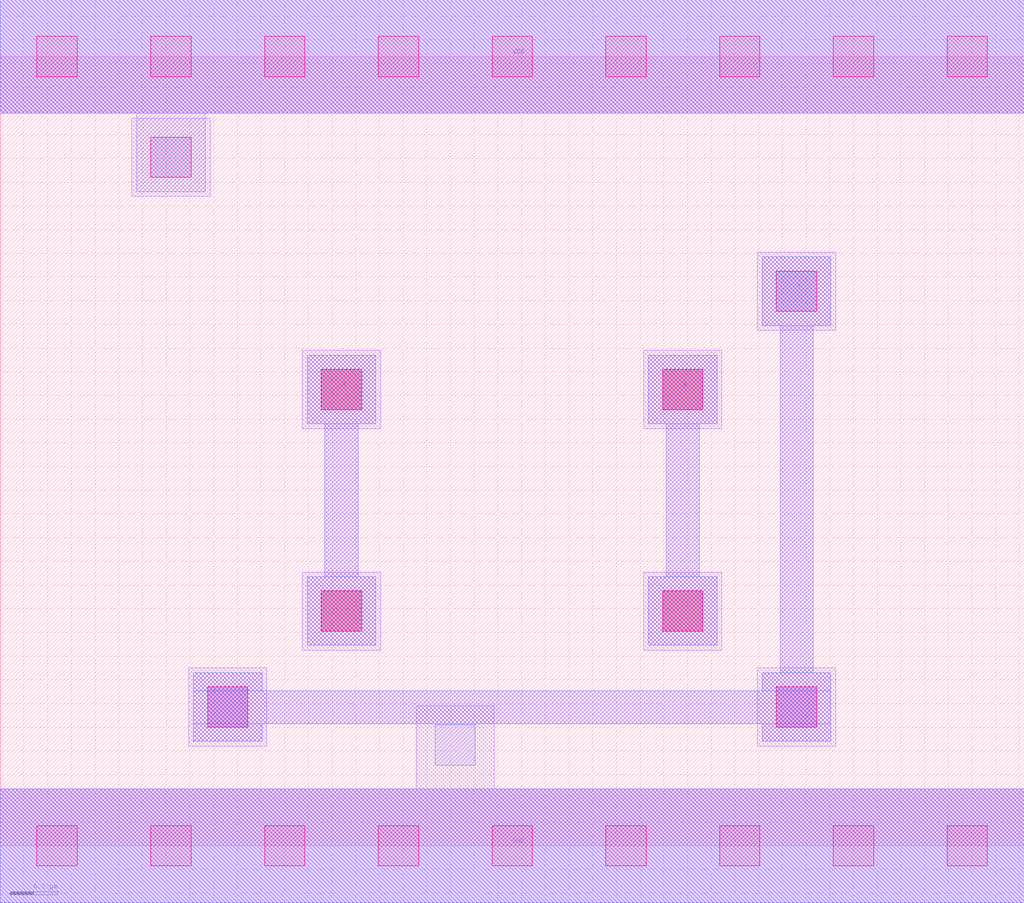
<source format=lef>
MACRO NOR2X1
 CLASS CORE ;
 FOREIGN NOR2X1 0 0 ;
 SIZE 4.32 BY 3.33 ;
 ORIGIN 0 0 ;
 SYMMETRY X Y R90 ;
 SITE unit ;
  PIN VDD
   DIRECTION INOUT ;
   USE POWER ;
   SHAPE ABUTMENT ;
    PORT
     CLASS CORE ;
       LAYER li1 ;
        RECT 0.00000000 3.09000000 4.32000000 3.57000000 ;
       LAYER met1 ;
        RECT 0.00000000 3.09000000 4.32000000 3.57000000 ;
    END
  END VDD

  PIN GND
   DIRECTION INOUT ;
   USE POWER ;
   SHAPE ABUTMENT ;
    PORT
     CLASS CORE ;
       LAYER li1 ;
        RECT 0.00000000 -0.24000000 4.32000000 0.24000000 ;
       LAYER met1 ;
        RECT 0.00000000 -0.24000000 4.32000000 0.24000000 ;
    END
  END GND

  PIN Y
   DIRECTION INOUT ;
   USE SIGNAL ;
   SHAPE ABUTMENT ;
    PORT
     CLASS CORE ;
       LAYER met1 ;
        RECT 0.81500000 0.44000000 1.10500000 0.51500000 ;
        RECT 3.21500000 0.44000000 3.50500000 0.51500000 ;
        RECT 0.81500000 0.51500000 3.50500000 0.65500000 ;
        RECT 0.81500000 0.65500000 1.10500000 0.73000000 ;
        RECT 3.21500000 0.65500000 3.50500000 0.73000000 ;
        RECT 3.29000000 0.73000000 3.43000000 2.19500000 ;
        RECT 3.21500000 2.19500000 3.50500000 2.48500000 ;
    END
  END Y

  PIN A
   DIRECTION INOUT ;
   USE SIGNAL ;
   SHAPE ABUTMENT ;
    PORT
     CLASS CORE ;
       LAYER met1 ;
        RECT 1.29500000 0.84500000 1.58500000 1.13500000 ;
        RECT 1.37000000 1.13500000 1.51000000 1.78000000 ;
        RECT 1.29500000 1.78000000 1.58500000 2.07000000 ;
    END
  END A

  PIN B
   DIRECTION INOUT ;
   USE SIGNAL ;
   SHAPE ABUTMENT ;
    PORT
     CLASS CORE ;
       LAYER met1 ;
        RECT 2.73500000 0.84500000 3.02500000 1.13500000 ;
        RECT 2.81000000 1.13500000 2.95000000 1.78000000 ;
        RECT 2.73500000 1.78000000 3.02500000 2.07000000 ;
    END
  END B

 OBS
    LAYER polycont ;
     RECT 1.35500000 0.90500000 1.52500000 1.07500000 ;
     RECT 2.79500000 0.90500000 2.96500000 1.07500000 ;
     RECT 1.35500000 1.84000000 1.52500000 2.01000000 ;
     RECT 2.79500000 1.84000000 2.96500000 2.01000000 ;

    LAYER pdiffc ;
     RECT 3.27500000 2.25500000 3.44500000 2.42500000 ;
     RECT 0.63500000 2.82000000 0.80500000 2.99000000 ;

    LAYER ndiffc ;
     RECT 1.83500000 0.34000000 2.00500000 0.51000000 ;
     RECT 0.87500000 0.50000000 1.04500000 0.67000000 ;
     RECT 3.27500000 0.50000000 3.44500000 0.67000000 ;

    LAYER li1 ;
     RECT 0.00000000 -0.24000000 4.32000000 0.24000000 ;
     RECT 1.75500000 0.24000000 2.08500000 0.59000000 ;
     RECT 0.79500000 0.42000000 1.12500000 0.75000000 ;
     RECT 3.19500000 0.42000000 3.52500000 0.75000000 ;
     RECT 1.27500000 0.82500000 1.60500000 1.15500000 ;
     RECT 2.71500000 0.82500000 3.04500000 1.15500000 ;
     RECT 1.27500000 1.76000000 1.60500000 2.09000000 ;
     RECT 2.71500000 1.76000000 3.04500000 2.09000000 ;
     RECT 3.19500000 2.17500000 3.52500000 2.50500000 ;
     RECT 0.55500000 2.74000000 0.88500000 3.07000000 ;
     RECT 0.00000000 3.09000000 4.32000000 3.57000000 ;

    LAYER viali ;
     RECT 0.15500000 -0.08500000 0.32500000 0.08500000 ;
     RECT 0.63500000 -0.08500000 0.80500000 0.08500000 ;
     RECT 1.11500000 -0.08500000 1.28500000 0.08500000 ;
     RECT 1.59500000 -0.08500000 1.76500000 0.08500000 ;
     RECT 2.07500000 -0.08500000 2.24500000 0.08500000 ;
     RECT 2.55500000 -0.08500000 2.72500000 0.08500000 ;
     RECT 3.03500000 -0.08500000 3.20500000 0.08500000 ;
     RECT 3.51500000 -0.08500000 3.68500000 0.08500000 ;
     RECT 3.99500000 -0.08500000 4.16500000 0.08500000 ;
     RECT 0.87500000 0.50000000 1.04500000 0.67000000 ;
     RECT 3.27500000 0.50000000 3.44500000 0.67000000 ;
     RECT 1.35500000 0.90500000 1.52500000 1.07500000 ;
     RECT 2.79500000 0.90500000 2.96500000 1.07500000 ;
     RECT 1.35500000 1.84000000 1.52500000 2.01000000 ;
     RECT 2.79500000 1.84000000 2.96500000 2.01000000 ;
     RECT 3.27500000 2.25500000 3.44500000 2.42500000 ;
     RECT 0.63500000 2.82000000 0.80500000 2.99000000 ;
     RECT 0.15500000 3.24500000 0.32500000 3.41500000 ;
     RECT 0.63500000 3.24500000 0.80500000 3.41500000 ;
     RECT 1.11500000 3.24500000 1.28500000 3.41500000 ;
     RECT 1.59500000 3.24500000 1.76500000 3.41500000 ;
     RECT 2.07500000 3.24500000 2.24500000 3.41500000 ;
     RECT 2.55500000 3.24500000 2.72500000 3.41500000 ;
     RECT 3.03500000 3.24500000 3.20500000 3.41500000 ;
     RECT 3.51500000 3.24500000 3.68500000 3.41500000 ;
     RECT 3.99500000 3.24500000 4.16500000 3.41500000 ;

    LAYER met1 ;
     RECT 0.00000000 -0.24000000 4.32000000 0.24000000 ;
     RECT 1.29500000 0.84500000 1.58500000 1.13500000 ;
     RECT 1.37000000 1.13500000 1.51000000 1.78000000 ;
     RECT 1.29500000 1.78000000 1.58500000 2.07000000 ;
     RECT 2.73500000 0.84500000 3.02500000 1.13500000 ;
     RECT 2.81000000 1.13500000 2.95000000 1.78000000 ;
     RECT 2.73500000 1.78000000 3.02500000 2.07000000 ;
     RECT 0.81500000 0.44000000 1.10500000 0.51500000 ;
     RECT 3.21500000 0.44000000 3.50500000 0.51500000 ;
     RECT 0.81500000 0.51500000 3.50500000 0.65500000 ;
     RECT 0.81500000 0.65500000 1.10500000 0.73000000 ;
     RECT 3.21500000 0.65500000 3.50500000 0.73000000 ;
     RECT 3.29000000 0.73000000 3.43000000 2.19500000 ;
     RECT 3.21500000 2.19500000 3.50500000 2.48500000 ;
     RECT 0.57500000 2.76000000 0.86500000 3.09000000 ;
     RECT 0.00000000 3.09000000 4.32000000 3.57000000 ;

 END
END NOR2X1

</source>
